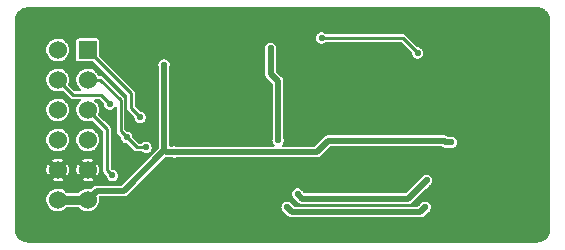
<source format=gbl>
G04 #@! TF.GenerationSoftware,KiCad,Pcbnew,(5.99.0-8084-g866e5df16a)*
G04 #@! TF.CreationDate,2021-01-03T17:36:52+01:00*
G04 #@! TF.ProjectId,e-ink_pmod,652d696e-6b5f-4706-9d6f-642e6b696361,1.1*
G04 #@! TF.SameCoordinates,PX525bfc0PY429d390*
G04 #@! TF.FileFunction,Copper,L2,Bot*
G04 #@! TF.FilePolarity,Positive*
%FSLAX46Y46*%
G04 Gerber Fmt 4.6, Leading zero omitted, Abs format (unit mm)*
G04 Created by KiCad (PCBNEW (5.99.0-8084-g866e5df16a)) date 2021-01-03 17:36:52*
%MOMM*%
%LPD*%
G01*
G04 APERTURE LIST*
G04 #@! TA.AperFunction,ComponentPad*
%ADD10C,1.524000*%
G04 #@! TD*
G04 #@! TA.AperFunction,ComponentPad*
%ADD11R,1.524000X1.524000*%
G04 #@! TD*
G04 #@! TA.AperFunction,ViaPad*
%ADD12C,0.550000*%
G04 #@! TD*
G04 #@! TA.AperFunction,Conductor*
%ADD13C,0.500000*%
G04 #@! TD*
G04 #@! TA.AperFunction,Conductor*
%ADD14C,0.750000*%
G04 #@! TD*
G04 #@! TA.AperFunction,Conductor*
%ADD15C,0.250000*%
G04 #@! TD*
G04 APERTURE END LIST*
D10*
X3810000Y-3810000D03*
D11*
X6350000Y-3810000D03*
D10*
X3810000Y-6350000D03*
X6350000Y-6350000D03*
X3810000Y-8890000D03*
X6350000Y-8890000D03*
X3810000Y-11430000D03*
X6350000Y-11430000D03*
X3810000Y-13970000D03*
X6350000Y-13970000D03*
X3810000Y-16510000D03*
X6350000Y-16510000D03*
D12*
X25429184Y-18395009D03*
X36830000Y-1905000D03*
X30292040Y-18496280D03*
X13398500Y-13589000D03*
X30292040Y-12573000D03*
X26860500Y-6921500D03*
X29972000Y-6604000D03*
X22590000Y-14790000D03*
X30353000Y-4064000D03*
X25740000Y-10820000D03*
X26416000Y-1651000D03*
X7975600Y-9296400D03*
X20828000Y-6921500D03*
X36195000Y-12268200D03*
X36830000Y-18923000D03*
X36830000Y-4000500D03*
X10160000Y-4826000D03*
X36647120Y-7396480D03*
X17160000Y-14820000D03*
X30276800Y-15570200D03*
X34645600Y-12613640D03*
X24130000Y-16002000D03*
X35051988Y-14859000D03*
X23241000Y-17145000D03*
X34925000Y-17145000D03*
X21844000Y-3683000D03*
X22479000Y-11468990D03*
X13704000Y-12446000D03*
X30297989Y-11485011D03*
X12827000Y-5080000D03*
X37160200Y-11633200D03*
X26162000Y-2794000D03*
X34290000Y-4064000D03*
X11300000Y-12060000D03*
X9670000Y-11220000D03*
X10795000Y-9525000D03*
X8229600Y-8382000D03*
X8450000Y-14440000D03*
D13*
X33508989Y-16401999D02*
X34651989Y-15258999D01*
X24529999Y-16401999D02*
X33508989Y-16401999D01*
X34651989Y-15258999D02*
X35051988Y-14859000D01*
X24130000Y-16002000D02*
X24529999Y-16401999D01*
X23640999Y-17544999D02*
X34525001Y-17544999D01*
X23241000Y-17145000D02*
X23640999Y-17544999D01*
X34525001Y-17544999D02*
X34925000Y-17145000D01*
X21844000Y-5842000D02*
X22479000Y-6477000D01*
X22479000Y-6477000D02*
X22479000Y-11468990D01*
X21844000Y-3683000D02*
X21844000Y-5842000D01*
X30297989Y-11485011D02*
X36529411Y-11485011D01*
X30297989Y-11485011D02*
X26741989Y-11485011D01*
X13704000Y-12446000D02*
X12954000Y-12446000D01*
D14*
X3810000Y-16510000D02*
X6350000Y-16510000D01*
D13*
X9397999Y-15748001D02*
X12827000Y-12319000D01*
X12827000Y-5080000D02*
X12827000Y-12319000D01*
X12954000Y-12446000D02*
X12827000Y-12319000D01*
X6350000Y-16510000D02*
X7111999Y-15748001D01*
X7111999Y-15748001D02*
X9397999Y-15748001D01*
X26741989Y-11485011D02*
X25781000Y-12446000D01*
X36529411Y-11485011D02*
X36677600Y-11633200D01*
X36677600Y-11633200D02*
X37160200Y-11633200D01*
X25781000Y-12446000D02*
X13704000Y-12446000D01*
D15*
X34290000Y-4064000D02*
X33020000Y-2794000D01*
X33020000Y-2794000D02*
X26162000Y-2794000D01*
X11300000Y-12060000D02*
X10510000Y-12060000D01*
X7427630Y-6350000D02*
X9144000Y-8066370D01*
X9144000Y-10694000D02*
X9670000Y-11220000D01*
X9144000Y-8066370D02*
X9144000Y-10694000D01*
X10510000Y-12060000D02*
X9670000Y-11220000D01*
X6350000Y-6350000D02*
X7427630Y-6350000D01*
X6350000Y-3810000D02*
X10033000Y-7493000D01*
X10033000Y-7493000D02*
X10033000Y-8763000D01*
X10033000Y-8763000D02*
X10795000Y-9525000D01*
X5080000Y-7620000D02*
X7467600Y-7620000D01*
X7954601Y-8107001D02*
X8229600Y-8382000D01*
X3810000Y-6350000D02*
X5080000Y-7620000D01*
X7467600Y-7620000D02*
X7954601Y-8107001D01*
X7990000Y-13980000D02*
X7990000Y-10530000D01*
X7990000Y-10530000D02*
X6350000Y-8890000D01*
X8450000Y-14440000D02*
X7990000Y-13980000D01*
G04 #@! TA.AperFunction,Conductor*
G36*
X44412587Y-202372D02*
G01*
X44412588Y-202368D01*
X44413004Y-202424D01*
X44417702Y-203008D01*
X44423566Y-204487D01*
X44511247Y-206339D01*
X44517780Y-206694D01*
X44527000Y-207501D01*
X44556173Y-210053D01*
X44564735Y-211180D01*
X44704319Y-235792D01*
X44712751Y-237661D01*
X44738618Y-244592D01*
X44746855Y-247189D01*
X44880044Y-295666D01*
X44888021Y-298970D01*
X44896872Y-303097D01*
X44912314Y-310298D01*
X44919956Y-314276D01*
X45042705Y-385147D01*
X45049974Y-389777D01*
X45071943Y-405160D01*
X45078778Y-410406D01*
X45088396Y-418476D01*
X45187338Y-501498D01*
X45193706Y-507332D01*
X45212666Y-526292D01*
X45218501Y-532660D01*
X45299762Y-629503D01*
X45309589Y-641215D01*
X45314846Y-648067D01*
X45330221Y-670025D01*
X45334861Y-677309D01*
X45405723Y-800045D01*
X45409708Y-807697D01*
X45421034Y-831986D01*
X45424333Y-839952D01*
X45472811Y-973147D01*
X45475408Y-981384D01*
X45482339Y-1007252D01*
X45484208Y-1015682D01*
X45508819Y-1155255D01*
X45509946Y-1163818D01*
X45513307Y-1202230D01*
X45513662Y-1208767D01*
X45515509Y-1296242D01*
X45517035Y-1302334D01*
X45520000Y-1326381D01*
X45520000Y-18993486D01*
X45517628Y-19012586D01*
X45517632Y-19012587D01*
X45517577Y-19012991D01*
X45516992Y-19017702D01*
X45515513Y-19023566D01*
X45515395Y-19029166D01*
X45513662Y-19111230D01*
X45513307Y-19117769D01*
X45509946Y-19156184D01*
X45508819Y-19164745D01*
X45484211Y-19304310D01*
X45482341Y-19312745D01*
X45475404Y-19338632D01*
X45472807Y-19346868D01*
X45424335Y-19480041D01*
X45421032Y-19488017D01*
X45409702Y-19512314D01*
X45405719Y-19519964D01*
X45334864Y-19642688D01*
X45330224Y-19649972D01*
X45314851Y-19671927D01*
X45309594Y-19678779D01*
X45218502Y-19787339D01*
X45212667Y-19793707D01*
X45193706Y-19812668D01*
X45187338Y-19818502D01*
X45078793Y-19909582D01*
X45071943Y-19914838D01*
X45049978Y-19930219D01*
X45042692Y-19934861D01*
X44919959Y-20005721D01*
X44912296Y-20009710D01*
X44888023Y-20021028D01*
X44880046Y-20024332D01*
X44746852Y-20072811D01*
X44738614Y-20075409D01*
X44712753Y-20082338D01*
X44704323Y-20084207D01*
X44564745Y-20108819D01*
X44556182Y-20109946D01*
X44517770Y-20113307D01*
X44511233Y-20113662D01*
X44423758Y-20115509D01*
X44417666Y-20117035D01*
X44393619Y-20120000D01*
X1326514Y-20120000D01*
X1307414Y-20117628D01*
X1307413Y-20117632D01*
X1307009Y-20117577D01*
X1302298Y-20116992D01*
X1296434Y-20115513D01*
X1208768Y-20113662D01*
X1202231Y-20113307D01*
X1163816Y-20109946D01*
X1155255Y-20108819D01*
X1063388Y-20092621D01*
X1015685Y-20084210D01*
X1007260Y-20082342D01*
X998214Y-20079918D01*
X981368Y-20075404D01*
X973132Y-20072807D01*
X839959Y-20024335D01*
X831983Y-20021032D01*
X826080Y-20018280D01*
X807686Y-20009702D01*
X800036Y-20005719D01*
X677312Y-19934864D01*
X670028Y-19930224D01*
X648073Y-19914851D01*
X641221Y-19909594D01*
X532661Y-19818502D01*
X526293Y-19812667D01*
X507332Y-19793706D01*
X501498Y-19787338D01*
X410418Y-19678793D01*
X405162Y-19671943D01*
X389781Y-19649978D01*
X385139Y-19642692D01*
X314279Y-19519959D01*
X310290Y-19512296D01*
X298972Y-19488023D01*
X295668Y-19480046D01*
X247189Y-19346852D01*
X244591Y-19338614D01*
X237662Y-19312753D01*
X235793Y-19304323D01*
X211181Y-19164745D01*
X210054Y-19156182D01*
X206693Y-19117770D01*
X206338Y-19111231D01*
X204674Y-19032414D01*
X204491Y-19023758D01*
X202965Y-19017666D01*
X200000Y-18993619D01*
X200000Y-16604411D01*
X2847117Y-16604411D01*
X2848109Y-16609329D01*
X2883403Y-16784367D01*
X2885768Y-16796098D01*
X2962173Y-16976097D01*
X2965019Y-16980223D01*
X2965021Y-16980226D01*
X3070360Y-17132923D01*
X3070364Y-17132928D01*
X3073212Y-17137056D01*
X3214348Y-17272400D01*
X3379815Y-17376601D01*
X3562856Y-17445402D01*
X3664714Y-17461534D01*
X3751034Y-17475206D01*
X3751038Y-17475206D01*
X3755993Y-17475991D01*
X3835597Y-17472376D01*
X3946323Y-17467349D01*
X3946327Y-17467348D01*
X3951335Y-17467121D01*
X4140904Y-17419153D01*
X4171600Y-17404314D01*
X4312447Y-17336226D01*
X4312449Y-17336225D01*
X4316956Y-17334046D01*
X4472299Y-17215277D01*
X4523185Y-17156740D01*
X4555514Y-17119550D01*
X4607960Y-17088037D01*
X4630230Y-17085500D01*
X5525670Y-17085500D01*
X5583861Y-17104407D01*
X5607162Y-17128286D01*
X5609832Y-17132156D01*
X5613212Y-17137056D01*
X5616829Y-17140524D01*
X5616831Y-17140527D01*
X5748945Y-17267219D01*
X5754348Y-17272400D01*
X5919815Y-17376601D01*
X6102856Y-17445402D01*
X6204714Y-17461534D01*
X6291034Y-17475206D01*
X6291038Y-17475206D01*
X6295993Y-17475991D01*
X6375597Y-17472376D01*
X6486323Y-17467349D01*
X6486327Y-17467348D01*
X6491335Y-17467121D01*
X6680904Y-17419153D01*
X6711600Y-17404314D01*
X6852447Y-17336226D01*
X6852449Y-17336225D01*
X6856956Y-17334046D01*
X7012299Y-17215277D01*
X7015586Y-17211496D01*
X7015590Y-17211492D01*
X7078493Y-17139130D01*
X22760536Y-17139130D01*
X22761451Y-17146128D01*
X22769998Y-17211491D01*
X22778200Y-17274216D01*
X22781041Y-17280672D01*
X22781041Y-17280673D01*
X22823251Y-17376601D01*
X22833069Y-17398915D01*
X22837606Y-17404312D01*
X22837607Y-17404314D01*
X22872805Y-17446186D01*
X22920731Y-17503201D01*
X22926602Y-17507109D01*
X22926603Y-17507110D01*
X23034139Y-17578692D01*
X23033509Y-17579638D01*
X23050648Y-17591750D01*
X23299910Y-17841013D01*
X23307646Y-17849718D01*
X23329188Y-17877044D01*
X23377818Y-17910654D01*
X23380309Y-17912435D01*
X23421902Y-17943157D01*
X23421906Y-17943159D01*
X23427856Y-17947554D01*
X23434668Y-17949946D01*
X23440607Y-17954051D01*
X23447668Y-17956284D01*
X23496942Y-17971867D01*
X23499880Y-17972846D01*
X23512380Y-17977236D01*
X23548663Y-17989978D01*
X23548665Y-17989978D01*
X23555646Y-17992430D01*
X23561684Y-17992667D01*
X23564361Y-17993189D01*
X23569743Y-17994891D01*
X23575364Y-17995333D01*
X23575367Y-17995334D01*
X23575453Y-17995340D01*
X23577468Y-17995499D01*
X23631795Y-17995499D01*
X23635682Y-17995575D01*
X23690982Y-17997748D01*
X23697549Y-17996007D01*
X23706774Y-17995499D01*
X34493132Y-17995499D01*
X34504768Y-17996185D01*
X34539308Y-18000273D01*
X34546585Y-17998944D01*
X34546586Y-17998944D01*
X34561692Y-17996185D01*
X34597421Y-17989660D01*
X34600436Y-17989158D01*
X34626612Y-17985223D01*
X34651621Y-17981463D01*
X34651623Y-17981462D01*
X34658936Y-17980363D01*
X34665447Y-17977236D01*
X34672545Y-17975940D01*
X34679114Y-17972528D01*
X34679116Y-17972527D01*
X34724954Y-17948716D01*
X34727735Y-17947326D01*
X34774356Y-17924939D01*
X34774357Y-17924938D01*
X34781030Y-17921734D01*
X34785474Y-17917626D01*
X34787723Y-17916110D01*
X34792737Y-17913506D01*
X34797031Y-17909838D01*
X34797034Y-17909836D01*
X34797148Y-17909738D01*
X34798629Y-17908473D01*
X34837043Y-17870059D01*
X34839846Y-17867365D01*
X34875052Y-17834821D01*
X34880487Y-17829797D01*
X34883900Y-17823921D01*
X34890067Y-17817035D01*
X35121287Y-17585815D01*
X35139490Y-17571453D01*
X35225919Y-17518386D01*
X35225921Y-17518384D01*
X35231928Y-17514696D01*
X35236657Y-17509471D01*
X35236660Y-17509469D01*
X35318620Y-17418921D01*
X35323353Y-17413692D01*
X35382754Y-17291088D01*
X35384507Y-17280673D01*
X35404723Y-17160509D01*
X35404723Y-17160508D01*
X35405357Y-17156740D01*
X35405500Y-17145000D01*
X35386186Y-17010140D01*
X35329798Y-16886121D01*
X35261577Y-16806946D01*
X35245474Y-16788257D01*
X35245473Y-16788256D01*
X35240869Y-16782913D01*
X35126547Y-16708813D01*
X34996022Y-16669778D01*
X34913931Y-16669277D01*
X34866840Y-16668989D01*
X34859789Y-16668946D01*
X34853013Y-16670883D01*
X34853010Y-16670883D01*
X34735577Y-16704445D01*
X34735575Y-16704446D01*
X34728797Y-16706383D01*
X34613578Y-16779081D01*
X34608911Y-16784365D01*
X34608909Y-16784367D01*
X34545290Y-16856403D01*
X34523395Y-16881195D01*
X34520400Y-16887574D01*
X34520398Y-16887577D01*
X34513763Y-16901710D01*
X34505873Y-16918516D01*
X34505704Y-16918875D01*
X34486094Y-16946803D01*
X34421413Y-17011485D01*
X34367396Y-17065502D01*
X34312879Y-17093280D01*
X34297392Y-17094499D01*
X23868609Y-17094499D01*
X23810418Y-17075592D01*
X23798606Y-17065503D01*
X23680646Y-16947544D01*
X23660527Y-16918516D01*
X23648719Y-16892545D01*
X23648718Y-16892544D01*
X23645798Y-16886121D01*
X23577577Y-16806946D01*
X23561474Y-16788257D01*
X23561473Y-16788256D01*
X23556869Y-16782913D01*
X23442547Y-16708813D01*
X23312022Y-16669778D01*
X23229931Y-16669277D01*
X23182840Y-16668989D01*
X23175789Y-16668946D01*
X23169013Y-16670883D01*
X23169010Y-16670883D01*
X23051577Y-16704445D01*
X23051575Y-16704446D01*
X23044797Y-16706383D01*
X22929578Y-16779081D01*
X22924911Y-16784365D01*
X22924909Y-16784367D01*
X22861290Y-16856403D01*
X22839395Y-16881195D01*
X22781496Y-17004515D01*
X22760536Y-17139130D01*
X7078493Y-17139130D01*
X7137296Y-17071485D01*
X7140588Y-17067698D01*
X7236581Y-16897338D01*
X7296358Y-16711155D01*
X7297338Y-16702139D01*
X7308499Y-16599391D01*
X7317476Y-16516754D01*
X7317500Y-16510000D01*
X7311279Y-16448750D01*
X7298246Y-16320444D01*
X7298245Y-16320440D01*
X7297739Y-16315457D01*
X7297842Y-16315447D01*
X7304443Y-16256603D01*
X7345701Y-16211420D01*
X7394600Y-16198501D01*
X9366130Y-16198501D01*
X9377766Y-16199187D01*
X9412306Y-16203275D01*
X9419583Y-16201946D01*
X9419584Y-16201946D01*
X9434690Y-16199187D01*
X9470419Y-16192662D01*
X9473434Y-16192160D01*
X9499610Y-16188225D01*
X9524619Y-16184465D01*
X9524621Y-16184464D01*
X9531934Y-16183365D01*
X9538445Y-16180238D01*
X9545543Y-16178942D01*
X9552112Y-16175530D01*
X9552114Y-16175529D01*
X9597952Y-16151718D01*
X9600733Y-16150328D01*
X9647354Y-16127941D01*
X9647355Y-16127940D01*
X9654028Y-16124736D01*
X9658472Y-16120628D01*
X9660721Y-16119112D01*
X9665735Y-16116508D01*
X9670029Y-16112840D01*
X9670032Y-16112838D01*
X9670146Y-16112740D01*
X9671627Y-16111475D01*
X9710040Y-16073062D01*
X9712843Y-16070368D01*
X9748050Y-16037823D01*
X9753485Y-16032799D01*
X9756898Y-16026923D01*
X9763065Y-16020037D01*
X9786972Y-15996130D01*
X23649536Y-15996130D01*
X23650451Y-16003128D01*
X23654988Y-16037823D01*
X23667200Y-16131216D01*
X23670041Y-16137672D01*
X23670041Y-16137673D01*
X23702491Y-16211420D01*
X23722069Y-16255915D01*
X23809731Y-16360201D01*
X23815602Y-16364109D01*
X23815603Y-16364110D01*
X23923139Y-16435692D01*
X23922509Y-16436638D01*
X23939648Y-16448750D01*
X24188910Y-16698013D01*
X24196646Y-16706718D01*
X24218188Y-16734044D01*
X24266818Y-16767654D01*
X24269309Y-16769435D01*
X24310902Y-16800157D01*
X24310906Y-16800159D01*
X24316856Y-16804554D01*
X24323668Y-16806946D01*
X24329607Y-16811051D01*
X24336668Y-16813284D01*
X24385942Y-16828867D01*
X24388880Y-16829846D01*
X24401380Y-16834236D01*
X24437663Y-16846978D01*
X24437665Y-16846978D01*
X24444646Y-16849430D01*
X24450684Y-16849667D01*
X24453361Y-16850189D01*
X24458743Y-16851891D01*
X24464364Y-16852333D01*
X24464367Y-16852334D01*
X24464453Y-16852340D01*
X24466468Y-16852499D01*
X24520795Y-16852499D01*
X24524682Y-16852575D01*
X24579982Y-16854748D01*
X24586549Y-16853007D01*
X24595774Y-16852499D01*
X33477120Y-16852499D01*
X33488756Y-16853185D01*
X33523296Y-16857273D01*
X33530573Y-16855944D01*
X33530574Y-16855944D01*
X33545680Y-16853185D01*
X33581409Y-16846660D01*
X33584424Y-16846158D01*
X33610600Y-16842223D01*
X33635609Y-16838463D01*
X33635611Y-16838462D01*
X33642924Y-16837363D01*
X33649435Y-16834236D01*
X33656533Y-16832940D01*
X33663102Y-16829528D01*
X33663104Y-16829527D01*
X33708942Y-16805716D01*
X33711723Y-16804326D01*
X33758344Y-16781939D01*
X33758345Y-16781938D01*
X33765018Y-16778734D01*
X33769462Y-16774626D01*
X33771711Y-16773110D01*
X33776725Y-16770506D01*
X33781019Y-16766838D01*
X33781022Y-16766836D01*
X33781136Y-16766738D01*
X33782617Y-16765473D01*
X33821030Y-16727060D01*
X33823833Y-16724366D01*
X33840658Y-16708813D01*
X33864475Y-16686797D01*
X33867888Y-16680921D01*
X33874055Y-16674035D01*
X34431583Y-16116508D01*
X34994057Y-15554034D01*
X34994059Y-15554031D01*
X35248275Y-15299815D01*
X35266478Y-15285453D01*
X35352907Y-15232386D01*
X35352909Y-15232384D01*
X35358916Y-15228696D01*
X35363645Y-15223471D01*
X35363648Y-15223469D01*
X35445608Y-15132921D01*
X35450341Y-15127692D01*
X35509742Y-15005088D01*
X35521490Y-14935264D01*
X35531711Y-14874509D01*
X35531711Y-14874508D01*
X35532345Y-14870740D01*
X35532488Y-14859000D01*
X35513174Y-14724140D01*
X35456786Y-14600121D01*
X35367857Y-14496913D01*
X35253535Y-14422813D01*
X35123010Y-14383778D01*
X35040919Y-14383277D01*
X34993828Y-14382989D01*
X34986777Y-14382946D01*
X34980001Y-14384883D01*
X34979998Y-14384883D01*
X34862565Y-14418445D01*
X34862563Y-14418446D01*
X34855785Y-14420383D01*
X34740566Y-14493081D01*
X34735899Y-14498365D01*
X34735897Y-14498367D01*
X34667624Y-14575673D01*
X34650383Y-14595195D01*
X34647388Y-14601574D01*
X34647386Y-14601577D01*
X34632692Y-14632875D01*
X34613082Y-14660803D01*
X34378383Y-14895503D01*
X34378360Y-14895525D01*
X33850934Y-15422952D01*
X33351383Y-15922503D01*
X33296866Y-15950280D01*
X33281379Y-15951499D01*
X24757609Y-15951499D01*
X24699418Y-15932592D01*
X24687606Y-15922503D01*
X24569646Y-15804544D01*
X24549527Y-15775516D01*
X24537719Y-15749545D01*
X24537718Y-15749544D01*
X24534798Y-15743121D01*
X24445869Y-15639913D01*
X24331547Y-15565813D01*
X24201022Y-15526778D01*
X24118931Y-15526277D01*
X24071840Y-15525989D01*
X24064789Y-15525946D01*
X24058013Y-15527883D01*
X24058010Y-15527883D01*
X23940577Y-15561445D01*
X23940575Y-15561446D01*
X23933797Y-15563383D01*
X23818578Y-15636081D01*
X23813911Y-15641365D01*
X23813909Y-15641367D01*
X23733065Y-15732907D01*
X23728395Y-15738195D01*
X23670496Y-15861515D01*
X23649536Y-15996130D01*
X9786972Y-15996130D01*
X12857607Y-12925496D01*
X12912124Y-12897719D01*
X12927611Y-12896500D01*
X12944796Y-12896500D01*
X12948683Y-12896576D01*
X13003983Y-12898749D01*
X13010550Y-12897008D01*
X13019775Y-12896500D01*
X13535831Y-12896500D01*
X13565354Y-12901004D01*
X13627177Y-12920319D01*
X13695284Y-12921567D01*
X13756338Y-12922686D01*
X13756340Y-12922686D01*
X13763391Y-12922815D01*
X13770194Y-12920960D01*
X13770196Y-12920960D01*
X13847127Y-12899986D01*
X13873167Y-12896500D01*
X25749131Y-12896500D01*
X25760767Y-12897186D01*
X25795307Y-12901274D01*
X25802584Y-12899945D01*
X25802585Y-12899945D01*
X25817691Y-12897186D01*
X25853420Y-12890661D01*
X25856435Y-12890159D01*
X25882611Y-12886224D01*
X25907620Y-12882464D01*
X25907622Y-12882463D01*
X25914935Y-12881364D01*
X25921446Y-12878237D01*
X25928544Y-12876941D01*
X25935113Y-12873529D01*
X25935115Y-12873528D01*
X25980953Y-12849717D01*
X25983734Y-12848327D01*
X26030355Y-12825940D01*
X26030356Y-12825939D01*
X26037029Y-12822735D01*
X26041473Y-12818627D01*
X26043722Y-12817111D01*
X26048736Y-12814507D01*
X26053030Y-12810839D01*
X26053033Y-12810837D01*
X26053147Y-12810739D01*
X26054628Y-12809474D01*
X26093041Y-12771061D01*
X26095844Y-12768367D01*
X26131051Y-12735822D01*
X26136486Y-12730798D01*
X26139899Y-12724922D01*
X26146066Y-12718036D01*
X26899596Y-11964507D01*
X26954113Y-11936730D01*
X26969600Y-11935511D01*
X30129820Y-11935511D01*
X30159343Y-11940015D01*
X30221166Y-11959330D01*
X30289273Y-11960578D01*
X30350327Y-11961697D01*
X30350329Y-11961697D01*
X30357380Y-11961826D01*
X30364183Y-11959971D01*
X30364185Y-11959971D01*
X30441116Y-11938997D01*
X30467156Y-11935511D01*
X36296536Y-11935511D01*
X36354727Y-11954418D01*
X36361992Y-11960428D01*
X36365789Y-11965245D01*
X36414435Y-11998866D01*
X36416926Y-12000647D01*
X36458500Y-12031355D01*
X36458503Y-12031357D01*
X36464458Y-12035755D01*
X36471268Y-12038146D01*
X36477208Y-12042252D01*
X36484264Y-12044484D01*
X36484265Y-12044484D01*
X36533584Y-12060082D01*
X36536532Y-12061066D01*
X36585262Y-12078178D01*
X36585263Y-12078178D01*
X36592248Y-12080631D01*
X36598283Y-12080868D01*
X36600964Y-12081390D01*
X36606344Y-12083092D01*
X36611965Y-12083534D01*
X36611968Y-12083535D01*
X36612054Y-12083541D01*
X36614069Y-12083700D01*
X36668397Y-12083700D01*
X36672284Y-12083776D01*
X36727584Y-12085949D01*
X36734151Y-12084208D01*
X36743376Y-12083700D01*
X36992031Y-12083700D01*
X37021554Y-12088204D01*
X37083377Y-12107519D01*
X37151484Y-12108767D01*
X37212538Y-12109886D01*
X37212540Y-12109886D01*
X37219591Y-12110015D01*
X37226394Y-12108160D01*
X37226396Y-12108160D01*
X37313921Y-12084298D01*
X37351030Y-12074181D01*
X37403031Y-12042252D01*
X37461119Y-12006586D01*
X37461121Y-12006584D01*
X37467128Y-12002896D01*
X37471857Y-11997671D01*
X37471860Y-11997669D01*
X37553820Y-11907121D01*
X37558553Y-11901892D01*
X37617954Y-11779288D01*
X37625490Y-11734500D01*
X37639923Y-11648709D01*
X37639923Y-11648708D01*
X37640557Y-11644940D01*
X37640700Y-11633200D01*
X37621386Y-11498340D01*
X37564998Y-11374321D01*
X37476069Y-11271113D01*
X37361747Y-11197013D01*
X37231222Y-11157978D01*
X37149131Y-11157477D01*
X37102040Y-11157189D01*
X37094989Y-11157146D01*
X37088212Y-11159083D01*
X37088211Y-11159083D01*
X37018911Y-11178889D01*
X36991706Y-11182700D01*
X36910475Y-11182700D01*
X36852284Y-11163793D01*
X36845019Y-11157783D01*
X36841222Y-11152966D01*
X36792576Y-11119345D01*
X36790085Y-11117564D01*
X36748511Y-11086856D01*
X36748508Y-11086854D01*
X36742553Y-11082456D01*
X36735743Y-11080065D01*
X36729803Y-11075959D01*
X36722746Y-11073727D01*
X36673427Y-11058129D01*
X36670479Y-11057145D01*
X36621749Y-11040033D01*
X36621748Y-11040033D01*
X36614763Y-11037580D01*
X36608728Y-11037343D01*
X36606047Y-11036821D01*
X36600667Y-11035119D01*
X36595046Y-11034677D01*
X36595043Y-11034676D01*
X36594957Y-11034670D01*
X36592942Y-11034511D01*
X36538615Y-11034511D01*
X36534728Y-11034435D01*
X36534329Y-11034419D01*
X36479428Y-11032262D01*
X36472861Y-11034003D01*
X36463636Y-11034511D01*
X30466162Y-11034511D01*
X30437796Y-11030360D01*
X30375772Y-11011811D01*
X30369011Y-11009789D01*
X30286920Y-11009288D01*
X30239829Y-11009000D01*
X30232778Y-11008957D01*
X30226001Y-11010894D01*
X30226000Y-11010894D01*
X30187539Y-11021886D01*
X30157890Y-11030360D01*
X30156700Y-11030700D01*
X30129495Y-11034511D01*
X26773866Y-11034511D01*
X26762230Y-11033825D01*
X26760757Y-11033651D01*
X26727681Y-11029736D01*
X26720404Y-11031065D01*
X26720401Y-11031065D01*
X26698205Y-11035119D01*
X26669554Y-11040352D01*
X26666518Y-11040857D01*
X26608054Y-11049647D01*
X26601546Y-11052772D01*
X26594444Y-11054069D01*
X26587878Y-11057480D01*
X26587877Y-11057480D01*
X26542014Y-11081304D01*
X26539235Y-11082693D01*
X26485960Y-11108276D01*
X26481522Y-11112378D01*
X26479257Y-11113904D01*
X26474253Y-11116504D01*
X26469968Y-11120163D01*
X26469965Y-11120165D01*
X26469837Y-11120274D01*
X26469826Y-11120284D01*
X26468360Y-11121536D01*
X26429923Y-11159973D01*
X26427121Y-11162666D01*
X26386503Y-11200213D01*
X26383088Y-11206093D01*
X26376946Y-11212950D01*
X25623393Y-11966505D01*
X25568878Y-11994281D01*
X25553391Y-11995500D01*
X22867130Y-11995500D01*
X22808939Y-11976593D01*
X22772975Y-11927093D01*
X22772975Y-11865907D01*
X22793733Y-11830063D01*
X22795868Y-11827705D01*
X22877353Y-11737682D01*
X22936754Y-11615078D01*
X22938507Y-11604663D01*
X22958723Y-11484499D01*
X22958723Y-11484498D01*
X22959357Y-11480730D01*
X22959500Y-11468990D01*
X22945942Y-11374321D01*
X22941187Y-11341116D01*
X22941186Y-11341113D01*
X22940186Y-11334130D01*
X22937265Y-11327706D01*
X22935287Y-11320942D01*
X22936316Y-11320641D01*
X22929500Y-11289178D01*
X22929500Y-6508877D01*
X22930186Y-6497241D01*
X22933405Y-6470040D01*
X22934275Y-6462692D01*
X22932946Y-6455415D01*
X22932946Y-6455412D01*
X22923663Y-6404586D01*
X22923152Y-6401518D01*
X22915464Y-6350381D01*
X22914364Y-6343065D01*
X22911239Y-6336557D01*
X22909942Y-6329455D01*
X22882706Y-6277023D01*
X22881317Y-6274244D01*
X22858938Y-6227642D01*
X22855735Y-6220971D01*
X22851633Y-6216533D01*
X22850107Y-6214268D01*
X22847507Y-6209264D01*
X22843846Y-6204976D01*
X22843737Y-6204848D01*
X22843727Y-6204837D01*
X22842475Y-6203371D01*
X22804038Y-6164934D01*
X22801344Y-6162131D01*
X22768823Y-6126949D01*
X22768819Y-6126946D01*
X22763798Y-6121514D01*
X22757923Y-6118101D01*
X22751043Y-6111939D01*
X22323497Y-5684395D01*
X22295719Y-5629878D01*
X22294500Y-5614391D01*
X22294500Y-3863944D01*
X22299061Y-3834645D01*
X22301754Y-3829088D01*
X22304706Y-3811545D01*
X22323723Y-3698509D01*
X22323723Y-3698508D01*
X22324357Y-3694740D01*
X22324500Y-3683000D01*
X22305186Y-3548140D01*
X22248798Y-3424121D01*
X22193072Y-3359447D01*
X22164474Y-3326257D01*
X22164473Y-3326256D01*
X22159869Y-3320913D01*
X22045547Y-3246813D01*
X21915022Y-3207778D01*
X21832931Y-3207277D01*
X21785840Y-3206989D01*
X21778789Y-3206946D01*
X21772013Y-3208883D01*
X21772010Y-3208883D01*
X21654577Y-3242445D01*
X21654575Y-3242446D01*
X21647797Y-3244383D01*
X21532578Y-3317081D01*
X21527911Y-3322365D01*
X21527909Y-3322367D01*
X21447065Y-3413907D01*
X21442395Y-3419195D01*
X21384496Y-3542515D01*
X21363536Y-3677130D01*
X21364451Y-3684128D01*
X21366777Y-3701913D01*
X21381200Y-3812216D01*
X21384040Y-3818671D01*
X21384042Y-3818677D01*
X21385116Y-3821117D01*
X21393500Y-3860988D01*
X21393501Y-5810123D01*
X21392815Y-5821759D01*
X21388726Y-5856307D01*
X21391937Y-5873890D01*
X21399336Y-5914405D01*
X21399846Y-5917467D01*
X21408637Y-5975935D01*
X21411762Y-5982443D01*
X21413059Y-5989544D01*
X21416469Y-5996108D01*
X21440290Y-6041968D01*
X21441678Y-6044746D01*
X21464060Y-6091354D01*
X21464062Y-6091357D01*
X21467266Y-6098029D01*
X21471368Y-6102467D01*
X21472889Y-6104724D01*
X21475493Y-6109736D01*
X21480526Y-6115628D01*
X21518953Y-6154055D01*
X21521646Y-6156857D01*
X21559203Y-6197486D01*
X21565079Y-6200899D01*
X21571964Y-6207066D01*
X21999504Y-6634607D01*
X22027281Y-6689123D01*
X22028500Y-6704610D01*
X22028501Y-11287674D01*
X22024176Y-11316616D01*
X22022493Y-11322122D01*
X22019496Y-11328505D01*
X21998536Y-11463120D01*
X21999451Y-11470118D01*
X22015285Y-11591209D01*
X22016200Y-11598206D01*
X22019041Y-11604662D01*
X22019041Y-11604663D01*
X22067852Y-11715593D01*
X22071069Y-11722905D01*
X22075606Y-11728302D01*
X22075607Y-11728304D01*
X22154192Y-11821792D01*
X22154195Y-11821794D01*
X22155773Y-11823672D01*
X22158731Y-11827191D01*
X22158120Y-11827705D01*
X22185983Y-11875580D01*
X22179800Y-11936452D01*
X22139017Y-11982064D01*
X22089219Y-11995500D01*
X13872173Y-11995500D01*
X13843807Y-11991349D01*
X13781783Y-11972800D01*
X13775022Y-11970778D01*
X13692931Y-11970277D01*
X13645840Y-11969989D01*
X13638789Y-11969946D01*
X13632012Y-11971883D01*
X13632011Y-11971883D01*
X13615531Y-11976593D01*
X13563425Y-11991485D01*
X13562711Y-11991689D01*
X13535506Y-11995500D01*
X13376500Y-11995500D01*
X13318309Y-11976593D01*
X13282345Y-11927093D01*
X13277500Y-11896500D01*
X13277500Y-5260944D01*
X13282061Y-5231645D01*
X13284754Y-5226088D01*
X13307357Y-5091740D01*
X13307500Y-5080000D01*
X13288186Y-4945140D01*
X13231798Y-4821121D01*
X13142869Y-4717913D01*
X13028547Y-4643813D01*
X12898022Y-4604778D01*
X12815931Y-4604277D01*
X12768840Y-4603989D01*
X12761789Y-4603946D01*
X12755013Y-4605883D01*
X12755010Y-4605883D01*
X12637577Y-4639445D01*
X12637575Y-4639446D01*
X12630797Y-4641383D01*
X12515578Y-4714081D01*
X12510911Y-4719365D01*
X12510909Y-4719367D01*
X12460406Y-4776552D01*
X12425395Y-4816195D01*
X12367496Y-4939515D01*
X12346536Y-5074130D01*
X12347451Y-5081128D01*
X12363285Y-5202219D01*
X12364200Y-5209216D01*
X12367040Y-5215671D01*
X12367042Y-5215677D01*
X12368116Y-5218117D01*
X12376500Y-5257988D01*
X12376501Y-12091387D01*
X12357594Y-12149578D01*
X12347505Y-12161391D01*
X11504480Y-13004417D01*
X10006641Y-14502257D01*
X9240393Y-15268505D01*
X9185876Y-15296282D01*
X9170389Y-15297501D01*
X7143867Y-15297501D01*
X7132231Y-15296815D01*
X7131433Y-15296721D01*
X7097691Y-15292727D01*
X7090414Y-15294056D01*
X7090413Y-15294056D01*
X7079619Y-15296028D01*
X7039571Y-15303341D01*
X7036566Y-15303842D01*
X6978064Y-15312637D01*
X6971554Y-15315763D01*
X6964453Y-15317060D01*
X6912025Y-15344294D01*
X6909246Y-15345683D01*
X6855970Y-15371266D01*
X6851533Y-15375367D01*
X6849271Y-15376892D01*
X6844262Y-15379494D01*
X6838370Y-15384527D01*
X6799945Y-15422952D01*
X6797143Y-15425645D01*
X6756513Y-15463203D01*
X6753100Y-15469079D01*
X6746934Y-15475963D01*
X6694098Y-15528800D01*
X6673764Y-15549134D01*
X6619248Y-15576912D01*
X6578805Y-15574934D01*
X6502872Y-15555154D01*
X6502868Y-15555153D01*
X6498014Y-15553889D01*
X6493002Y-15553626D01*
X6493000Y-15553626D01*
X6424207Y-15550021D01*
X6302738Y-15543655D01*
X6109393Y-15572896D01*
X6104682Y-15574629D01*
X6104683Y-15574629D01*
X5930579Y-15638686D01*
X5930574Y-15638689D01*
X5925876Y-15640417D01*
X5921618Y-15643057D01*
X5921616Y-15643058D01*
X5763949Y-15740816D01*
X5759685Y-15743460D01*
X5617607Y-15877816D01*
X5607477Y-15892284D01*
X5558615Y-15929105D01*
X5526381Y-15934500D01*
X4629996Y-15934500D01*
X4571805Y-15915593D01*
X4554828Y-15899927D01*
X4477207Y-15809364D01*
X4433571Y-15775516D01*
X4326657Y-15692584D01*
X4326652Y-15692581D01*
X4322697Y-15689513D01*
X4147243Y-15603180D01*
X4038806Y-15574934D01*
X3962872Y-15555154D01*
X3962868Y-15555153D01*
X3958014Y-15553889D01*
X3953002Y-15553626D01*
X3953000Y-15553626D01*
X3884207Y-15550021D01*
X3762738Y-15543655D01*
X3569393Y-15572896D01*
X3564682Y-15574629D01*
X3564683Y-15574629D01*
X3390579Y-15638686D01*
X3390574Y-15638689D01*
X3385876Y-15640417D01*
X3381618Y-15643057D01*
X3381616Y-15643058D01*
X3223949Y-15740816D01*
X3219685Y-15743460D01*
X3077607Y-15877816D01*
X3074733Y-15881920D01*
X3074730Y-15881924D01*
X2969087Y-16032799D01*
X2965448Y-16037996D01*
X2963459Y-16042592D01*
X2963458Y-16042594D01*
X2934243Y-16110106D01*
X2887788Y-16217457D01*
X2847800Y-16408869D01*
X2847782Y-16413882D01*
X2847782Y-16413887D01*
X2847456Y-16507329D01*
X2847117Y-16604411D01*
X200000Y-16604411D01*
X200000Y-14806847D01*
X3338018Y-14806847D01*
X3344130Y-14813541D01*
X3375787Y-14833476D01*
X3384739Y-14837920D01*
X3558288Y-14903153D01*
X3567940Y-14905703D01*
X3751062Y-14934707D01*
X3761036Y-14935264D01*
X3946250Y-14926854D01*
X3956127Y-14925395D01*
X4135868Y-14879914D01*
X4145249Y-14876500D01*
X4274074Y-14814223D01*
X4281765Y-14806847D01*
X5878018Y-14806847D01*
X5884130Y-14813541D01*
X5915787Y-14833476D01*
X5924739Y-14837920D01*
X6098288Y-14903153D01*
X6107940Y-14905703D01*
X6291062Y-14934707D01*
X6301036Y-14935264D01*
X6486250Y-14926854D01*
X6496127Y-14925395D01*
X6675868Y-14879914D01*
X6685249Y-14876500D01*
X6814074Y-14814223D01*
X6822020Y-14806603D01*
X6816725Y-14795935D01*
X6361089Y-14340299D01*
X6349202Y-14334242D01*
X6344172Y-14335038D01*
X5883891Y-14795320D01*
X5878018Y-14806847D01*
X4281765Y-14806847D01*
X4282020Y-14806603D01*
X4276725Y-14795935D01*
X3821089Y-14340299D01*
X3809202Y-14334242D01*
X3804172Y-14335038D01*
X3343891Y-14795320D01*
X3338018Y-14806847D01*
X200000Y-14806847D01*
X200000Y-14059344D01*
X2847633Y-14059344D01*
X2848607Y-14069281D01*
X2885255Y-14251037D01*
X2888205Y-14260565D01*
X2960649Y-14431234D01*
X2963745Y-14436865D01*
X2973416Y-14444259D01*
X2973862Y-14444270D01*
X2980442Y-14440347D01*
X3439701Y-13981089D01*
X3444944Y-13970798D01*
X4174242Y-13970798D01*
X4175038Y-13975828D01*
X4634661Y-14435450D01*
X4645466Y-14440955D01*
X4652925Y-14433802D01*
X4693659Y-14361510D01*
X4697656Y-14352362D01*
X4754335Y-14175827D01*
X4756411Y-14166063D01*
X4768003Y-14059344D01*
X5387633Y-14059344D01*
X5388607Y-14069281D01*
X5425255Y-14251037D01*
X5428205Y-14260565D01*
X5500649Y-14431234D01*
X5503745Y-14436865D01*
X5513416Y-14444259D01*
X5513862Y-14444270D01*
X5520442Y-14440347D01*
X5979701Y-13981089D01*
X5984944Y-13970798D01*
X6714242Y-13970798D01*
X6715038Y-13975828D01*
X7174661Y-14435450D01*
X7185466Y-14440955D01*
X7192925Y-14433802D01*
X7233659Y-14361510D01*
X7237656Y-14352362D01*
X7294335Y-14175827D01*
X7296411Y-14166063D01*
X7316695Y-13979333D01*
X7316985Y-13974150D01*
X7316991Y-13972599D01*
X7316738Y-13967416D01*
X7297756Y-13780545D01*
X7295750Y-13770776D01*
X7240303Y-13593841D01*
X7236372Y-13584671D01*
X7193394Y-13507135D01*
X7184612Y-13498946D01*
X7175329Y-13503882D01*
X6720299Y-13958911D01*
X6714242Y-13970798D01*
X5984944Y-13970798D01*
X5985758Y-13969202D01*
X5984962Y-13964172D01*
X5522386Y-13501597D01*
X5510500Y-13495541D01*
X5509877Y-13495639D01*
X5506068Y-13498950D01*
X5503891Y-13502845D01*
X5430257Y-13673004D01*
X5427239Y-13682519D01*
X5389323Y-13864011D01*
X5388279Y-13873940D01*
X5387633Y-14059344D01*
X4768003Y-14059344D01*
X4776695Y-13979333D01*
X4776985Y-13974150D01*
X4776991Y-13972599D01*
X4776738Y-13967416D01*
X4757756Y-13780545D01*
X4755750Y-13770776D01*
X4700303Y-13593841D01*
X4696372Y-13584671D01*
X4653394Y-13507135D01*
X4644612Y-13498946D01*
X4635329Y-13503882D01*
X4180299Y-13958911D01*
X4174242Y-13970798D01*
X3444944Y-13970798D01*
X3445758Y-13969202D01*
X3444962Y-13964172D01*
X2982386Y-13501597D01*
X2970500Y-13495541D01*
X2969877Y-13495639D01*
X2966068Y-13498950D01*
X2963891Y-13502845D01*
X2890257Y-13673004D01*
X2887239Y-13682519D01*
X2849323Y-13864011D01*
X2848279Y-13873940D01*
X2847633Y-14059344D01*
X200000Y-14059344D01*
X200000Y-13135319D01*
X3338047Y-13135319D01*
X3342588Y-13143377D01*
X3798911Y-13599701D01*
X3810798Y-13605758D01*
X3815828Y-13604962D01*
X4276774Y-13144015D01*
X4281205Y-13135319D01*
X5878047Y-13135319D01*
X5882588Y-13143377D01*
X6338911Y-13599701D01*
X6350798Y-13605758D01*
X6355828Y-13604962D01*
X6816774Y-13144015D01*
X6821832Y-13134089D01*
X6813475Y-13125848D01*
X6691568Y-13065862D01*
X6682215Y-13062384D01*
X6502795Y-13015648D01*
X6492923Y-13014120D01*
X6307773Y-13004417D01*
X6297803Y-13004904D01*
X6114479Y-13032630D01*
X6104807Y-13035113D01*
X5930798Y-13099136D01*
X5921838Y-13103506D01*
X5886324Y-13125525D01*
X5878047Y-13135319D01*
X4281205Y-13135319D01*
X4281832Y-13134089D01*
X4273475Y-13125848D01*
X4151568Y-13065862D01*
X4142215Y-13062384D01*
X3962795Y-13015648D01*
X3952923Y-13014120D01*
X3767773Y-13004417D01*
X3757803Y-13004904D01*
X3574479Y-13032630D01*
X3564807Y-13035113D01*
X3390798Y-13099136D01*
X3381838Y-13103506D01*
X3346324Y-13125525D01*
X3338047Y-13135319D01*
X200000Y-13135319D01*
X200000Y-11524411D01*
X2847117Y-11524411D01*
X2859289Y-11584778D01*
X2883317Y-11703940D01*
X2885768Y-11716098D01*
X2962173Y-11896097D01*
X2965019Y-11900223D01*
X2965021Y-11900226D01*
X3070360Y-12052923D01*
X3070364Y-12052928D01*
X3073212Y-12057056D01*
X3214348Y-12192400D01*
X3379815Y-12296601D01*
X3562856Y-12365402D01*
X3642816Y-12378066D01*
X3751034Y-12395206D01*
X3751038Y-12395206D01*
X3755993Y-12395991D01*
X3835597Y-12392376D01*
X3946323Y-12387349D01*
X3946327Y-12387348D01*
X3951335Y-12387121D01*
X4010809Y-12372072D01*
X4046119Y-12363137D01*
X4140904Y-12339153D01*
X4228927Y-12296601D01*
X4312447Y-12256226D01*
X4312449Y-12256225D01*
X4316956Y-12254046D01*
X4402922Y-12188320D01*
X4468314Y-12138324D01*
X4468315Y-12138323D01*
X4472299Y-12135277D01*
X4475586Y-12131496D01*
X4475590Y-12131492D01*
X4597296Y-11991485D01*
X4600588Y-11987698D01*
X4696581Y-11817338D01*
X4756358Y-11631155D01*
X4758105Y-11615078D01*
X4767953Y-11524411D01*
X5387117Y-11524411D01*
X5399289Y-11584778D01*
X5423317Y-11703940D01*
X5425768Y-11716098D01*
X5502173Y-11896097D01*
X5505019Y-11900223D01*
X5505021Y-11900226D01*
X5610360Y-12052923D01*
X5610364Y-12052928D01*
X5613212Y-12057056D01*
X5754348Y-12192400D01*
X5919815Y-12296601D01*
X6102856Y-12365402D01*
X6182816Y-12378066D01*
X6291034Y-12395206D01*
X6291038Y-12395206D01*
X6295993Y-12395991D01*
X6375597Y-12392376D01*
X6486323Y-12387349D01*
X6486327Y-12387348D01*
X6491335Y-12387121D01*
X6550809Y-12372072D01*
X6586119Y-12363137D01*
X6680904Y-12339153D01*
X6768927Y-12296601D01*
X6852447Y-12256226D01*
X6852449Y-12256225D01*
X6856956Y-12254046D01*
X6942922Y-12188320D01*
X7008314Y-12138324D01*
X7008315Y-12138323D01*
X7012299Y-12135277D01*
X7015586Y-12131496D01*
X7015590Y-12131492D01*
X7137296Y-11991485D01*
X7140588Y-11987698D01*
X7236581Y-11817338D01*
X7296358Y-11631155D01*
X7298105Y-11615078D01*
X7312289Y-11484499D01*
X7317476Y-11436754D01*
X7317500Y-11430000D01*
X7311845Y-11374321D01*
X7298246Y-11240444D01*
X7298245Y-11240440D01*
X7297739Y-11235457D01*
X7296242Y-11230681D01*
X7296241Y-11230675D01*
X7240762Y-11053644D01*
X7240762Y-11053643D01*
X7239263Y-11048861D01*
X7144462Y-10877835D01*
X7083782Y-10807038D01*
X7020473Y-10733174D01*
X7020471Y-10733172D01*
X7017207Y-10729364D01*
X6966908Y-10690348D01*
X6866657Y-10612584D01*
X6866652Y-10612581D01*
X6862697Y-10609513D01*
X6687243Y-10523180D01*
X6597254Y-10499739D01*
X6502872Y-10475154D01*
X6502868Y-10475153D01*
X6498014Y-10473889D01*
X6493002Y-10473626D01*
X6493000Y-10473626D01*
X6424207Y-10470021D01*
X6302738Y-10463655D01*
X6109393Y-10492896D01*
X6104682Y-10494629D01*
X6104683Y-10494629D01*
X5930579Y-10558686D01*
X5930574Y-10558689D01*
X5925876Y-10560417D01*
X5921618Y-10563057D01*
X5921616Y-10563058D01*
X5850258Y-10607302D01*
X5759685Y-10663460D01*
X5617607Y-10797816D01*
X5614733Y-10801921D01*
X5614730Y-10801924D01*
X5546799Y-10898940D01*
X5505448Y-10957996D01*
X5503459Y-10962592D01*
X5503458Y-10962594D01*
X5483054Y-11009746D01*
X5427788Y-11137457D01*
X5387800Y-11328869D01*
X5387782Y-11333882D01*
X5387782Y-11333887D01*
X5387757Y-11341116D01*
X5387117Y-11524411D01*
X4767953Y-11524411D01*
X4772289Y-11484499D01*
X4777476Y-11436754D01*
X4777500Y-11430000D01*
X4771845Y-11374321D01*
X4758246Y-11240444D01*
X4758245Y-11240440D01*
X4757739Y-11235457D01*
X4756242Y-11230681D01*
X4756241Y-11230675D01*
X4700762Y-11053644D01*
X4700762Y-11053643D01*
X4699263Y-11048861D01*
X4604462Y-10877835D01*
X4543782Y-10807038D01*
X4480473Y-10733174D01*
X4480471Y-10733172D01*
X4477207Y-10729364D01*
X4426908Y-10690348D01*
X4326657Y-10612584D01*
X4326652Y-10612581D01*
X4322697Y-10609513D01*
X4147243Y-10523180D01*
X4057254Y-10499739D01*
X3962872Y-10475154D01*
X3962868Y-10475153D01*
X3958014Y-10473889D01*
X3953002Y-10473626D01*
X3953000Y-10473626D01*
X3884207Y-10470021D01*
X3762738Y-10463655D01*
X3569393Y-10492896D01*
X3564682Y-10494629D01*
X3564683Y-10494629D01*
X3390579Y-10558686D01*
X3390574Y-10558689D01*
X3385876Y-10560417D01*
X3381618Y-10563057D01*
X3381616Y-10563058D01*
X3310258Y-10607302D01*
X3219685Y-10663460D01*
X3077607Y-10797816D01*
X3074733Y-10801921D01*
X3074730Y-10801924D01*
X3006799Y-10898940D01*
X2965448Y-10957996D01*
X2963459Y-10962592D01*
X2963458Y-10962594D01*
X2943054Y-11009746D01*
X2887788Y-11137457D01*
X2847800Y-11328869D01*
X2847782Y-11333882D01*
X2847782Y-11333887D01*
X2847757Y-11341116D01*
X2847117Y-11524411D01*
X200000Y-11524411D01*
X200000Y-8984411D01*
X2847117Y-8984411D01*
X2854395Y-9020504D01*
X2882336Y-9159076D01*
X2885768Y-9176098D01*
X2926707Y-9272545D01*
X2959385Y-9349528D01*
X2962173Y-9356097D01*
X2965019Y-9360223D01*
X2965021Y-9360226D01*
X3070360Y-9512923D01*
X3070364Y-9512928D01*
X3073212Y-9517056D01*
X3214348Y-9652400D01*
X3379815Y-9756601D01*
X3562856Y-9825402D01*
X3664714Y-9841534D01*
X3751034Y-9855206D01*
X3751038Y-9855206D01*
X3755993Y-9855991D01*
X3835597Y-9852376D01*
X3946323Y-9847349D01*
X3946327Y-9847348D01*
X3951335Y-9847121D01*
X4140904Y-9799153D01*
X4171600Y-9784314D01*
X4312447Y-9716226D01*
X4312449Y-9716225D01*
X4316956Y-9714046D01*
X4472299Y-9595277D01*
X4475586Y-9591496D01*
X4475590Y-9591492D01*
X4597296Y-9451485D01*
X4600588Y-9447698D01*
X4696581Y-9277338D01*
X4756358Y-9091155D01*
X4777476Y-8896754D01*
X4777500Y-8890000D01*
X4775216Y-8867509D01*
X4758246Y-8700444D01*
X4758245Y-8700440D01*
X4757739Y-8695457D01*
X4756242Y-8690681D01*
X4756241Y-8690675D01*
X4700762Y-8513644D01*
X4700762Y-8513643D01*
X4699263Y-8508861D01*
X4604462Y-8337835D01*
X4552665Y-8277402D01*
X4480473Y-8193174D01*
X4480471Y-8193172D01*
X4477207Y-8189364D01*
X4396690Y-8126908D01*
X4326657Y-8072584D01*
X4326652Y-8072581D01*
X4322697Y-8069513D01*
X4147243Y-7983180D01*
X4057254Y-7959739D01*
X3962872Y-7935154D01*
X3962868Y-7935153D01*
X3958014Y-7933889D01*
X3953002Y-7933626D01*
X3953000Y-7933626D01*
X3884207Y-7930021D01*
X3762738Y-7923655D01*
X3569393Y-7952896D01*
X3564682Y-7954629D01*
X3564683Y-7954629D01*
X3390579Y-8018686D01*
X3390574Y-8018689D01*
X3385876Y-8020417D01*
X3381618Y-8023057D01*
X3381616Y-8023058D01*
X3223949Y-8120816D01*
X3219685Y-8123460D01*
X3077607Y-8257816D01*
X3074733Y-8261921D01*
X3074730Y-8261924D01*
X2982890Y-8393086D01*
X2965448Y-8417996D01*
X2887788Y-8597457D01*
X2847800Y-8788869D01*
X2847782Y-8793882D01*
X2847782Y-8793887D01*
X2847456Y-8887329D01*
X2847117Y-8984411D01*
X200000Y-8984411D01*
X200000Y-6444411D01*
X2847117Y-6444411D01*
X2885768Y-6636098D01*
X2924357Y-6727008D01*
X2959385Y-6809528D01*
X2962173Y-6816097D01*
X2965019Y-6820223D01*
X2965021Y-6820226D01*
X3070360Y-6972923D01*
X3070364Y-6972928D01*
X3073212Y-6977056D01*
X3214348Y-7112400D01*
X3379815Y-7216601D01*
X3562856Y-7285402D01*
X3660160Y-7300813D01*
X3751034Y-7315206D01*
X3751038Y-7315206D01*
X3755993Y-7315991D01*
X3835597Y-7312376D01*
X3946323Y-7307349D01*
X3946327Y-7307348D01*
X3951335Y-7307121D01*
X4140904Y-7259153D01*
X4145418Y-7256971D01*
X4145423Y-7256969D01*
X4157054Y-7251346D01*
X4217673Y-7243041D01*
X4270147Y-7270473D01*
X4836901Y-7837227D01*
X4842736Y-7843595D01*
X4867559Y-7873178D01*
X4875058Y-7877508D01*
X4875061Y-7877510D01*
X4901223Y-7892615D01*
X4908507Y-7897255D01*
X4921966Y-7906679D01*
X4940325Y-7919534D01*
X4948694Y-7921777D01*
X4953994Y-7924248D01*
X4959463Y-7926239D01*
X4966962Y-7930568D01*
X4975489Y-7932072D01*
X4975490Y-7932072D01*
X4985795Y-7933889D01*
X5005233Y-7937317D01*
X5013658Y-7939184D01*
X5051194Y-7949242D01*
X5089656Y-7945877D01*
X5098284Y-7945500D01*
X5700791Y-7945500D01*
X5758982Y-7964407D01*
X5794946Y-8013907D01*
X5794946Y-8075093D01*
X5761712Y-8122203D01*
X5759685Y-8123460D01*
X5617607Y-8257816D01*
X5614733Y-8261921D01*
X5614730Y-8261924D01*
X5522890Y-8393086D01*
X5505448Y-8417996D01*
X5427788Y-8597457D01*
X5387800Y-8788869D01*
X5387782Y-8793882D01*
X5387782Y-8793887D01*
X5387456Y-8887329D01*
X5387117Y-8984411D01*
X5394395Y-9020504D01*
X5422336Y-9159076D01*
X5425768Y-9176098D01*
X5466707Y-9272545D01*
X5499385Y-9349528D01*
X5502173Y-9356097D01*
X5505019Y-9360223D01*
X5505021Y-9360226D01*
X5610360Y-9512923D01*
X5610364Y-9512928D01*
X5613212Y-9517056D01*
X5754348Y-9652400D01*
X5919815Y-9756601D01*
X6102856Y-9825402D01*
X6204714Y-9841534D01*
X6291034Y-9855206D01*
X6291038Y-9855206D01*
X6295993Y-9855991D01*
X6375597Y-9852376D01*
X6486323Y-9847349D01*
X6486327Y-9847348D01*
X6491335Y-9847121D01*
X6680904Y-9799153D01*
X6685420Y-9796970D01*
X6685423Y-9796969D01*
X6697054Y-9791346D01*
X6757673Y-9783041D01*
X6810147Y-9810473D01*
X7635505Y-10635831D01*
X7663282Y-10690348D01*
X7664501Y-10705835D01*
X7664500Y-12333921D01*
X7664500Y-13961715D01*
X7664123Y-13970343D01*
X7660758Y-14008805D01*
X7662999Y-14017168D01*
X7670815Y-14046338D01*
X7672683Y-14054766D01*
X7679432Y-14093037D01*
X7683761Y-14100536D01*
X7685752Y-14106005D01*
X7688223Y-14111305D01*
X7690466Y-14119674D01*
X7695436Y-14126772D01*
X7712745Y-14151492D01*
X7717385Y-14158776D01*
X7732490Y-14184938D01*
X7732492Y-14184941D01*
X7736822Y-14192440D01*
X7766406Y-14217264D01*
X7772774Y-14223099D01*
X7943593Y-14393919D01*
X7971753Y-14451086D01*
X7977936Y-14498367D01*
X7987200Y-14569216D01*
X7990041Y-14575672D01*
X7990041Y-14575673D01*
X8015211Y-14632875D01*
X8042069Y-14693915D01*
X8046606Y-14699312D01*
X8046607Y-14699314D01*
X8097178Y-14759475D01*
X8129731Y-14798201D01*
X8135602Y-14802109D01*
X8135603Y-14802110D01*
X8152543Y-14813386D01*
X8243139Y-14873692D01*
X8373177Y-14914319D01*
X8441284Y-14915567D01*
X8502338Y-14916686D01*
X8502340Y-14916686D01*
X8509391Y-14916815D01*
X8516194Y-14914960D01*
X8516196Y-14914960D01*
X8589088Y-14895087D01*
X8640830Y-14880981D01*
X8663730Y-14866920D01*
X8750919Y-14813386D01*
X8750921Y-14813384D01*
X8756928Y-14809696D01*
X8761657Y-14804471D01*
X8761660Y-14804469D01*
X8843620Y-14713921D01*
X8848353Y-14708692D01*
X8907754Y-14586088D01*
X8909507Y-14575673D01*
X8929723Y-14455509D01*
X8929723Y-14455508D01*
X8930357Y-14451740D01*
X8930500Y-14440000D01*
X8911186Y-14305140D01*
X8862475Y-14198006D01*
X8857719Y-14187545D01*
X8857718Y-14187544D01*
X8854798Y-14181121D01*
X8799072Y-14116447D01*
X8770474Y-14083257D01*
X8770473Y-14083256D01*
X8765869Y-14077913D01*
X8651547Y-14003813D01*
X8521022Y-13964778D01*
X8503971Y-13964674D01*
X8475228Y-13964498D01*
X8417154Y-13945235D01*
X8405830Y-13935504D01*
X8344497Y-13874172D01*
X8316719Y-13819656D01*
X8315500Y-13804168D01*
X8315500Y-10548284D01*
X8315877Y-10539656D01*
X8318487Y-10509821D01*
X8319242Y-10501194D01*
X8309184Y-10463655D01*
X8307316Y-10455230D01*
X8302072Y-10425490D01*
X8302072Y-10425489D01*
X8300568Y-10416962D01*
X8296239Y-10409463D01*
X8294248Y-10403994D01*
X8291777Y-10398694D01*
X8289534Y-10390325D01*
X8267255Y-10358507D01*
X8262615Y-10351223D01*
X8247510Y-10325061D01*
X8247508Y-10325058D01*
X8243178Y-10317559D01*
X8213595Y-10292736D01*
X8207227Y-10286901D01*
X7743964Y-9823638D01*
X7269853Y-9349528D01*
X7242076Y-9295011D01*
X7245596Y-9249260D01*
X7267604Y-9180712D01*
X7296358Y-9091155D01*
X7317476Y-8896754D01*
X7317500Y-8890000D01*
X7315216Y-8867509D01*
X7298246Y-8700444D01*
X7298245Y-8700440D01*
X7297739Y-8695457D01*
X7296242Y-8690681D01*
X7296241Y-8690675D01*
X7240762Y-8513644D01*
X7240762Y-8513643D01*
X7239263Y-8508861D01*
X7144462Y-8337835D01*
X7092665Y-8277402D01*
X7020473Y-8193174D01*
X7020471Y-8193172D01*
X7017207Y-8189364D01*
X6931297Y-8122725D01*
X6896906Y-8072120D01*
X6898828Y-8010965D01*
X6936329Y-7962619D01*
X6991975Y-7945500D01*
X7291768Y-7945500D01*
X7349959Y-7964407D01*
X7361772Y-7974497D01*
X7723193Y-8335919D01*
X7751353Y-8393086D01*
X7754610Y-8417996D01*
X7766800Y-8511216D01*
X7769641Y-8517672D01*
X7769641Y-8517673D01*
X7813523Y-8617401D01*
X7821669Y-8635915D01*
X7826206Y-8641312D01*
X7826207Y-8641314D01*
X7867700Y-8690675D01*
X7909331Y-8740201D01*
X7915202Y-8744109D01*
X7915203Y-8744110D01*
X7929059Y-8753333D01*
X8022739Y-8815692D01*
X8152777Y-8856319D01*
X8220884Y-8857567D01*
X8281938Y-8858686D01*
X8281940Y-8858686D01*
X8288991Y-8858815D01*
X8295794Y-8856960D01*
X8295796Y-8856960D01*
X8397105Y-8829340D01*
X8420430Y-8822981D01*
X8471205Y-8791805D01*
X8530519Y-8755386D01*
X8530521Y-8755384D01*
X8536528Y-8751696D01*
X8541257Y-8746471D01*
X8541260Y-8746469D01*
X8623220Y-8655921D01*
X8627953Y-8650692D01*
X8631027Y-8644346D01*
X8634973Y-8638497D01*
X8636359Y-8639432D01*
X8672794Y-8601505D01*
X8733021Y-8590723D01*
X8788084Y-8617401D01*
X8816951Y-8671349D01*
X8818500Y-8688795D01*
X8818501Y-10675703D01*
X8818124Y-10684332D01*
X8814758Y-10722805D01*
X8817000Y-10731172D01*
X8824816Y-10760340D01*
X8826686Y-10768771D01*
X8833433Y-10807038D01*
X8837763Y-10814538D01*
X8839761Y-10820027D01*
X8842225Y-10825311D01*
X8844466Y-10833674D01*
X8849434Y-10840769D01*
X8866751Y-10865500D01*
X8871388Y-10872779D01*
X8890823Y-10906441D01*
X8918675Y-10929811D01*
X8920412Y-10931269D01*
X8926780Y-10937105D01*
X9163593Y-11173919D01*
X9191753Y-11231086D01*
X9205227Y-11334130D01*
X9207200Y-11349216D01*
X9210041Y-11355672D01*
X9210041Y-11355673D01*
X9245718Y-11436754D01*
X9262069Y-11473915D01*
X9266606Y-11479312D01*
X9266607Y-11479314D01*
X9308650Y-11529329D01*
X9349731Y-11578201D01*
X9355602Y-11582109D01*
X9355603Y-11582110D01*
X9379784Y-11598206D01*
X9463139Y-11653692D01*
X9593177Y-11694319D01*
X9645745Y-11695282D01*
X9703580Y-11715252D01*
X9713936Y-11724261D01*
X10266900Y-12277225D01*
X10272736Y-12283594D01*
X10285131Y-12298366D01*
X10297559Y-12313178D01*
X10331218Y-12332611D01*
X10338494Y-12337246D01*
X10370324Y-12359534D01*
X10378693Y-12361776D01*
X10383985Y-12364244D01*
X10389461Y-12366237D01*
X10396962Y-12370568D01*
X10405492Y-12372072D01*
X10435233Y-12377316D01*
X10443658Y-12379184D01*
X10481194Y-12389242D01*
X10489823Y-12388487D01*
X10506818Y-12387000D01*
X10519653Y-12385877D01*
X10528281Y-12385500D01*
X10906853Y-12385500D01*
X10965044Y-12404407D01*
X10972840Y-12410698D01*
X10975191Y-12412800D01*
X10979731Y-12418201D01*
X11093139Y-12493692D01*
X11223177Y-12534319D01*
X11291284Y-12535567D01*
X11352338Y-12536686D01*
X11352340Y-12536686D01*
X11359391Y-12536815D01*
X11366194Y-12534960D01*
X11366196Y-12534960D01*
X11439088Y-12515087D01*
X11490830Y-12500981D01*
X11509068Y-12489783D01*
X11600919Y-12433386D01*
X11600921Y-12433384D01*
X11606928Y-12429696D01*
X11611657Y-12424471D01*
X11611660Y-12424469D01*
X11693620Y-12333921D01*
X11698353Y-12328692D01*
X11757754Y-12206088D01*
X11759608Y-12195073D01*
X11779723Y-12075509D01*
X11779723Y-12075508D01*
X11780357Y-12071740D01*
X11780500Y-12060000D01*
X11761186Y-11925140D01*
X11715051Y-11823672D01*
X11707719Y-11807545D01*
X11707718Y-11807544D01*
X11704798Y-11801121D01*
X11615869Y-11697913D01*
X11501547Y-11623813D01*
X11371022Y-11584778D01*
X11288931Y-11584277D01*
X11241840Y-11583989D01*
X11234789Y-11583946D01*
X11228013Y-11585883D01*
X11228010Y-11585883D01*
X11110577Y-11619445D01*
X11110575Y-11619446D01*
X11103797Y-11621383D01*
X10988578Y-11694081D01*
X10983911Y-11699365D01*
X10983908Y-11699368D01*
X10982434Y-11701037D01*
X10980845Y-11701974D01*
X10978536Y-11703940D01*
X10978195Y-11703539D01*
X10929741Y-11732135D01*
X10908232Y-11734500D01*
X10685834Y-11734500D01*
X10627643Y-11715593D01*
X10615830Y-11705504D01*
X10177193Y-11266867D01*
X10149197Y-11210899D01*
X10132186Y-11092123D01*
X10131186Y-11085140D01*
X10107895Y-11033913D01*
X10077719Y-10967545D01*
X10077718Y-10967544D01*
X10074798Y-10961121D01*
X9999753Y-10874026D01*
X9990474Y-10863257D01*
X9990473Y-10863256D01*
X9985869Y-10857913D01*
X9871547Y-10783813D01*
X9741022Y-10744778D01*
X9723971Y-10744674D01*
X9695228Y-10744498D01*
X9637154Y-10725235D01*
X9625830Y-10715504D01*
X9498497Y-10588172D01*
X9470719Y-10533655D01*
X9469500Y-10518168D01*
X9469500Y-8084654D01*
X9469877Y-8076026D01*
X9472487Y-8046191D01*
X9473242Y-8037564D01*
X9463184Y-8000028D01*
X9461316Y-7991600D01*
X9456072Y-7961860D01*
X9456072Y-7961859D01*
X9454568Y-7953332D01*
X9450239Y-7945833D01*
X9448248Y-7940364D01*
X9445776Y-7935064D01*
X9443534Y-7926695D01*
X9429219Y-7906250D01*
X9421248Y-7894867D01*
X9416608Y-7887584D01*
X9410792Y-7877510D01*
X9397178Y-7853929D01*
X9367609Y-7829118D01*
X9361241Y-7823284D01*
X7670734Y-6132779D01*
X7664899Y-6126411D01*
X7654509Y-6114029D01*
X7640071Y-6096822D01*
X7606389Y-6077376D01*
X7599126Y-6072748D01*
X7577288Y-6057457D01*
X7567304Y-6050466D01*
X7558937Y-6048224D01*
X7553631Y-6045750D01*
X7548165Y-6043760D01*
X7540668Y-6039432D01*
X7532143Y-6037929D01*
X7532141Y-6037928D01*
X7502392Y-6032683D01*
X7493959Y-6030813D01*
X7464802Y-6023000D01*
X7456435Y-6020758D01*
X7447806Y-6021513D01*
X7417974Y-6024123D01*
X7409345Y-6024500D01*
X7327837Y-6024500D01*
X7269646Y-6005593D01*
X7239997Y-5968454D01*
X7239263Y-5968861D01*
X7236858Y-5964522D01*
X7236858Y-5964521D01*
X7157723Y-5821759D01*
X7146896Y-5802226D01*
X7144462Y-5797835D01*
X7092665Y-5737402D01*
X7020473Y-5653174D01*
X7020471Y-5653172D01*
X7017207Y-5649364D01*
X6972120Y-5614391D01*
X6866657Y-5532584D01*
X6866652Y-5532581D01*
X6862697Y-5529513D01*
X6687243Y-5443180D01*
X6597254Y-5419739D01*
X6502872Y-5395154D01*
X6502868Y-5395153D01*
X6498014Y-5393889D01*
X6493002Y-5393626D01*
X6493000Y-5393626D01*
X6424207Y-5390021D01*
X6302738Y-5383655D01*
X6109393Y-5412896D01*
X6104682Y-5414629D01*
X6104683Y-5414629D01*
X5930579Y-5478686D01*
X5930574Y-5478689D01*
X5925876Y-5480417D01*
X5921618Y-5483057D01*
X5921616Y-5483058D01*
X5850258Y-5527302D01*
X5759685Y-5583460D01*
X5617607Y-5717816D01*
X5614733Y-5721921D01*
X5614730Y-5721924D01*
X5552973Y-5810123D01*
X5505448Y-5877996D01*
X5503459Y-5882592D01*
X5503458Y-5882594D01*
X5468025Y-5964474D01*
X5427788Y-6057457D01*
X5387800Y-6248869D01*
X5387782Y-6253882D01*
X5387782Y-6253887D01*
X5387514Y-6330822D01*
X5387117Y-6444411D01*
X5425768Y-6636098D01*
X5464357Y-6727008D01*
X5499385Y-6809528D01*
X5502173Y-6816097D01*
X5505019Y-6820223D01*
X5505021Y-6820226D01*
X5610360Y-6972923D01*
X5610364Y-6972928D01*
X5613212Y-6977056D01*
X5754348Y-7112400D01*
X5758593Y-7115073D01*
X5761683Y-7117487D01*
X5795897Y-7168213D01*
X5793761Y-7229361D01*
X5756092Y-7277575D01*
X5700732Y-7294500D01*
X5255834Y-7294500D01*
X5197643Y-7275593D01*
X5185831Y-7265504D01*
X4729854Y-6809528D01*
X4702076Y-6755011D01*
X4705596Y-6709260D01*
X4727604Y-6640712D01*
X4756358Y-6551155D01*
X4777476Y-6356754D01*
X4777500Y-6350000D01*
X4776287Y-6338052D01*
X4758246Y-6160444D01*
X4758245Y-6160440D01*
X4757739Y-6155457D01*
X4756242Y-6150681D01*
X4756241Y-6150675D01*
X4700762Y-5973644D01*
X4700762Y-5973643D01*
X4699263Y-5968861D01*
X4604462Y-5797835D01*
X4552665Y-5737402D01*
X4480473Y-5653174D01*
X4480471Y-5653172D01*
X4477207Y-5649364D01*
X4432120Y-5614391D01*
X4326657Y-5532584D01*
X4326652Y-5532581D01*
X4322697Y-5529513D01*
X4147243Y-5443180D01*
X4057254Y-5419739D01*
X3962872Y-5395154D01*
X3962868Y-5395153D01*
X3958014Y-5393889D01*
X3953002Y-5393626D01*
X3953000Y-5393626D01*
X3884207Y-5390021D01*
X3762738Y-5383655D01*
X3569393Y-5412896D01*
X3564682Y-5414629D01*
X3564683Y-5414629D01*
X3390579Y-5478686D01*
X3390574Y-5478689D01*
X3385876Y-5480417D01*
X3381618Y-5483057D01*
X3381616Y-5483058D01*
X3310258Y-5527302D01*
X3219685Y-5583460D01*
X3077607Y-5717816D01*
X3074733Y-5721921D01*
X3074730Y-5721924D01*
X3012973Y-5810123D01*
X2965448Y-5877996D01*
X2963459Y-5882592D01*
X2963458Y-5882594D01*
X2928025Y-5964474D01*
X2887788Y-6057457D01*
X2847800Y-6248869D01*
X2847782Y-6253882D01*
X2847782Y-6253887D01*
X2847514Y-6330822D01*
X2847117Y-6444411D01*
X200000Y-6444411D01*
X200000Y-3904411D01*
X2847117Y-3904411D01*
X2866234Y-3999219D01*
X2880068Y-4067827D01*
X2885768Y-4096098D01*
X2962173Y-4276097D01*
X2965019Y-4280223D01*
X2965021Y-4280226D01*
X3070360Y-4432923D01*
X3070364Y-4432928D01*
X3073212Y-4437056D01*
X3076837Y-4440532D01*
X3178809Y-4538319D01*
X3214348Y-4572400D01*
X3379815Y-4676601D01*
X3562856Y-4745402D01*
X3664714Y-4761534D01*
X3751034Y-4775206D01*
X3751038Y-4775206D01*
X3755993Y-4775991D01*
X3835597Y-4772376D01*
X3946323Y-4767349D01*
X3946327Y-4767348D01*
X3951335Y-4767121D01*
X4140904Y-4719153D01*
X4151396Y-4714081D01*
X4312447Y-4636226D01*
X4312449Y-4636225D01*
X4316956Y-4634046D01*
X4438897Y-4540815D01*
X4468314Y-4518324D01*
X4468315Y-4518323D01*
X4472299Y-4515277D01*
X4475586Y-4511496D01*
X4475590Y-4511492D01*
X4597296Y-4371485D01*
X4600588Y-4367698D01*
X4696581Y-4197338D01*
X4756358Y-4011155D01*
X4777476Y-3816754D01*
X4777500Y-3810000D01*
X4777015Y-3805219D01*
X4758246Y-3620444D01*
X4758245Y-3620440D01*
X4757739Y-3615457D01*
X4756242Y-3610681D01*
X4756241Y-3610675D01*
X4700762Y-3433644D01*
X4700762Y-3433643D01*
X4699263Y-3428861D01*
X4604462Y-3257835D01*
X4552665Y-3197402D01*
X4480473Y-3113174D01*
X4480471Y-3113172D01*
X4477207Y-3109364D01*
X4449091Y-3087555D01*
X4398098Y-3048000D01*
X5382500Y-3048000D01*
X5382500Y-4572000D01*
X5388855Y-4603946D01*
X5395276Y-4636226D01*
X5398143Y-4650641D01*
X5442690Y-4717310D01*
X5509359Y-4761857D01*
X5518922Y-4763759D01*
X5518924Y-4763760D01*
X5544200Y-4768787D01*
X5588000Y-4777500D01*
X6816167Y-4777500D01*
X6874358Y-4796407D01*
X6886171Y-4806496D01*
X9678504Y-7598831D01*
X9706281Y-7653348D01*
X9707500Y-7668835D01*
X9707501Y-8744704D01*
X9707124Y-8753333D01*
X9703758Y-8791805D01*
X9706000Y-8800172D01*
X9713816Y-8829340D01*
X9715686Y-8837771D01*
X9722433Y-8876038D01*
X9726763Y-8883538D01*
X9728761Y-8889027D01*
X9731225Y-8894311D01*
X9733466Y-8902674D01*
X9738434Y-8909769D01*
X9755751Y-8934500D01*
X9760388Y-8941779D01*
X9779823Y-8975441D01*
X9807675Y-8998811D01*
X9809412Y-9000269D01*
X9815780Y-9006105D01*
X10288593Y-9478920D01*
X10316753Y-9536087D01*
X10323998Y-9591492D01*
X10332200Y-9654216D01*
X10335041Y-9660672D01*
X10335041Y-9660673D01*
X10379065Y-9760724D01*
X10387069Y-9778915D01*
X10391606Y-9784312D01*
X10391607Y-9784314D01*
X10426805Y-9826186D01*
X10474731Y-9883201D01*
X10480602Y-9887109D01*
X10480603Y-9887110D01*
X10497543Y-9898386D01*
X10588139Y-9958692D01*
X10718177Y-9999319D01*
X10786284Y-10000567D01*
X10847338Y-10001686D01*
X10847340Y-10001686D01*
X10854391Y-10001815D01*
X10861194Y-9999960D01*
X10861196Y-9999960D01*
X10934088Y-9980087D01*
X10985830Y-9965981D01*
X11004068Y-9954783D01*
X11095919Y-9898386D01*
X11095921Y-9898384D01*
X11101928Y-9894696D01*
X11106657Y-9889471D01*
X11106660Y-9889469D01*
X11188620Y-9798921D01*
X11193353Y-9793692D01*
X11252754Y-9671088D01*
X11254507Y-9660673D01*
X11274723Y-9540509D01*
X11274723Y-9540508D01*
X11275357Y-9536740D01*
X11275500Y-9525000D01*
X11256186Y-9390140D01*
X11216216Y-9302230D01*
X11202719Y-9272545D01*
X11202718Y-9272544D01*
X11199798Y-9266121D01*
X11144072Y-9201447D01*
X11115474Y-9168257D01*
X11115473Y-9168256D01*
X11110869Y-9162913D01*
X10996547Y-9088813D01*
X10866022Y-9049778D01*
X10848971Y-9049674D01*
X10820228Y-9049498D01*
X10762154Y-9030235D01*
X10750830Y-9020504D01*
X10387497Y-8657172D01*
X10359719Y-8602655D01*
X10358500Y-8587168D01*
X10358500Y-7511284D01*
X10358877Y-7502656D01*
X10361487Y-7472821D01*
X10362242Y-7464194D01*
X10352184Y-7426658D01*
X10350316Y-7418230D01*
X10345072Y-7388490D01*
X10345072Y-7388489D01*
X10343568Y-7379962D01*
X10339239Y-7372463D01*
X10337248Y-7366994D01*
X10334776Y-7361694D01*
X10332534Y-7353325D01*
X10326863Y-7345225D01*
X10310248Y-7321497D01*
X10305608Y-7314214D01*
X10297871Y-7300813D01*
X10286178Y-7280559D01*
X10256609Y-7255748D01*
X10250241Y-7249914D01*
X8074456Y-5074130D01*
X7346496Y-4346171D01*
X7318719Y-4291654D01*
X7317500Y-4276167D01*
X7317500Y-3048000D01*
X7301857Y-2969359D01*
X7257310Y-2902690D01*
X7190641Y-2858143D01*
X7181078Y-2856241D01*
X7181076Y-2856240D01*
X7155800Y-2851213D01*
X7112000Y-2842500D01*
X5588000Y-2842500D01*
X5544200Y-2851213D01*
X5518924Y-2856240D01*
X5518922Y-2856241D01*
X5509359Y-2858143D01*
X5442690Y-2902690D01*
X5398143Y-2969359D01*
X5382500Y-3048000D01*
X4398098Y-3048000D01*
X4326657Y-2992584D01*
X4326652Y-2992581D01*
X4322697Y-2989513D01*
X4147243Y-2903180D01*
X4057254Y-2879739D01*
X3962872Y-2855154D01*
X3962868Y-2855153D01*
X3958014Y-2853889D01*
X3953002Y-2853626D01*
X3953000Y-2853626D01*
X3884207Y-2850021D01*
X3762738Y-2843655D01*
X3569393Y-2872896D01*
X3564682Y-2874629D01*
X3564683Y-2874629D01*
X3390579Y-2938686D01*
X3390574Y-2938689D01*
X3385876Y-2940417D01*
X3381618Y-2943057D01*
X3381616Y-2943058D01*
X3310258Y-2987302D01*
X3219685Y-3043460D01*
X3077607Y-3177816D01*
X3074733Y-3181921D01*
X3074730Y-3181924D01*
X2973668Y-3326257D01*
X2965448Y-3337996D01*
X2887788Y-3517457D01*
X2847800Y-3708869D01*
X2847117Y-3904411D01*
X200000Y-3904411D01*
X200000Y-2788130D01*
X25681536Y-2788130D01*
X25682451Y-2795128D01*
X25688831Y-2843918D01*
X25699200Y-2923216D01*
X25702041Y-2929672D01*
X25702041Y-2929673D01*
X25729723Y-2992584D01*
X25754069Y-3047915D01*
X25841731Y-3152201D01*
X25847602Y-3156109D01*
X25847603Y-3156110D01*
X25864543Y-3167386D01*
X25955139Y-3227692D01*
X26085177Y-3268319D01*
X26153284Y-3269567D01*
X26214338Y-3270686D01*
X26214340Y-3270686D01*
X26221391Y-3270815D01*
X26228194Y-3268960D01*
X26228196Y-3268960D01*
X26325452Y-3242445D01*
X26352830Y-3234981D01*
X26393841Y-3209800D01*
X26462919Y-3167386D01*
X26462921Y-3167384D01*
X26468928Y-3163696D01*
X26479458Y-3152063D01*
X26532527Y-3121610D01*
X26552855Y-3119500D01*
X32844167Y-3119500D01*
X32902358Y-3138407D01*
X32914171Y-3148496D01*
X33783593Y-4017919D01*
X33811753Y-4075087D01*
X33815104Y-4100712D01*
X33827200Y-4193216D01*
X33830041Y-4199672D01*
X33830041Y-4199673D01*
X33863669Y-4276097D01*
X33882069Y-4317915D01*
X33886606Y-4323312D01*
X33886607Y-4323314D01*
X33937178Y-4383475D01*
X33969731Y-4422201D01*
X33975602Y-4426109D01*
X33975603Y-4426110D01*
X33992047Y-4437056D01*
X34083139Y-4497692D01*
X34213177Y-4538319D01*
X34281284Y-4539567D01*
X34342338Y-4540686D01*
X34342340Y-4540686D01*
X34349391Y-4540815D01*
X34356194Y-4538960D01*
X34356196Y-4538960D01*
X34443064Y-4515277D01*
X34480830Y-4504981D01*
X34585795Y-4440532D01*
X34590919Y-4437386D01*
X34590921Y-4437384D01*
X34596928Y-4433696D01*
X34601657Y-4428471D01*
X34601660Y-4428469D01*
X34683620Y-4337921D01*
X34688353Y-4332692D01*
X34747754Y-4210088D01*
X34749507Y-4199673D01*
X34769723Y-4079509D01*
X34769723Y-4079508D01*
X34770357Y-4075740D01*
X34770500Y-4064000D01*
X34751186Y-3929140D01*
X34720199Y-3860988D01*
X34697719Y-3811545D01*
X34697718Y-3811544D01*
X34694798Y-3805121D01*
X34639072Y-3740447D01*
X34610474Y-3707257D01*
X34610473Y-3707256D01*
X34605869Y-3701913D01*
X34491547Y-3627813D01*
X34361022Y-3588778D01*
X34344122Y-3588675D01*
X34315229Y-3588498D01*
X34257155Y-3569235D01*
X34245830Y-3559504D01*
X33263104Y-2576779D01*
X33257269Y-2570411D01*
X33254901Y-2567589D01*
X33232441Y-2540822D01*
X33198759Y-2521376D01*
X33191496Y-2516748D01*
X33159674Y-2494466D01*
X33151307Y-2492224D01*
X33146001Y-2489750D01*
X33140535Y-2487760D01*
X33133038Y-2483432D01*
X33124513Y-2481929D01*
X33124511Y-2481928D01*
X33094762Y-2476683D01*
X33086329Y-2474813D01*
X33057172Y-2467000D01*
X33048805Y-2464758D01*
X33040176Y-2465513D01*
X33010344Y-2468123D01*
X33001715Y-2468500D01*
X26554772Y-2468500D01*
X26496581Y-2449593D01*
X26487978Y-2441675D01*
X26487788Y-2441893D01*
X26482474Y-2437257D01*
X26477869Y-2431913D01*
X26363547Y-2357813D01*
X26233022Y-2318778D01*
X26150931Y-2318277D01*
X26103840Y-2317989D01*
X26096789Y-2317946D01*
X26090013Y-2319883D01*
X26090010Y-2319883D01*
X25972577Y-2353445D01*
X25972575Y-2353446D01*
X25965797Y-2355383D01*
X25850578Y-2428081D01*
X25845911Y-2433365D01*
X25845909Y-2433367D01*
X25803022Y-2481928D01*
X25760395Y-2530195D01*
X25702496Y-2653515D01*
X25681536Y-2788130D01*
X200000Y-2788130D01*
X200000Y-1326514D01*
X202372Y-1307413D01*
X202368Y-1307412D01*
X202424Y-1306996D01*
X203008Y-1302295D01*
X203117Y-1301864D01*
X204487Y-1296434D01*
X206339Y-1208753D01*
X206694Y-1202218D01*
X210053Y-1163827D01*
X211180Y-1155265D01*
X235792Y-1015681D01*
X237661Y-1007249D01*
X244592Y-981382D01*
X247189Y-973145D01*
X295666Y-839956D01*
X298970Y-831979D01*
X310289Y-807704D01*
X310298Y-807686D01*
X314276Y-800044D01*
X385147Y-677295D01*
X389780Y-670022D01*
X405160Y-648057D01*
X410411Y-641215D01*
X501498Y-532662D01*
X507332Y-526294D01*
X526292Y-507334D01*
X532660Y-501499D01*
X631406Y-418642D01*
X641216Y-410410D01*
X648067Y-405154D01*
X670025Y-389779D01*
X677309Y-385139D01*
X800045Y-314277D01*
X807697Y-310292D01*
X831986Y-298966D01*
X839952Y-295667D01*
X973147Y-247189D01*
X981384Y-244592D01*
X1007252Y-237661D01*
X1015682Y-235792D01*
X1155255Y-211181D01*
X1163818Y-210054D01*
X1202230Y-206693D01*
X1208767Y-206338D01*
X1296242Y-204491D01*
X1302334Y-202965D01*
X1326381Y-200000D01*
X44393486Y-200000D01*
X44412587Y-202372D01*
G37*
G04 #@! TD.AperFunction*
M02*

</source>
